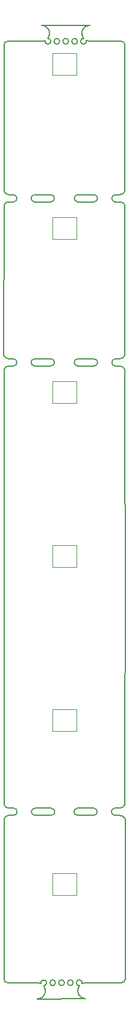
<source format=gbr>
G04 #@! TF.GenerationSoftware,KiCad,Pcbnew,(5.99.0-10337-g2ae264751f)*
G04 #@! TF.CreationDate,2021-04-30T16:38:17-07:00*
G04 #@! TF.ProjectId,single-col,73696e67-6c65-42d6-936f-6c2e6b696361,rev?*
G04 #@! TF.SameCoordinates,Original*
G04 #@! TF.FileFunction,Profile,NP*
%FSLAX46Y46*%
G04 Gerber Fmt 4.6, Leading zero omitted, Abs format (unit mm)*
G04 Created by KiCad (PCBNEW (5.99.0-10337-g2ae264751f)) date 2021-04-30 16:38:17*
%MOMM*%
%LPD*%
G01*
G04 APERTURE LIST*
G04 #@! TA.AperFunction,Profile*
%ADD10C,0.200000*%
G04 #@! TD*
G04 #@! TA.AperFunction,Profile*
%ADD11C,0.120000*%
G04 #@! TD*
G04 APERTURE END LIST*
D10*
X120375200Y-72114400D02*
X118108533Y-72114399D01*
X126441866Y-72114400D02*
G75*
G02*
X126441866Y-73114400I0J-500000D01*
G01*
X130802201Y-142075400D02*
X130805200Y-157444400D01*
X129391866Y-158939399D02*
G75*
G02*
X129391866Y-157939399I0J500000D01*
G01*
X114525200Y-158939400D02*
X115158534Y-158939400D01*
X130077400Y-96074800D02*
G75*
G02*
X130802201Y-96664400I0J-740302D01*
G01*
X119096083Y-48411787D02*
G75*
G02*
X119959308Y-50260562I1965J-1124997D01*
G01*
X130802200Y-71600401D02*
G75*
G02*
X130075200Y-72114400I-727000J257135D01*
G01*
X124177399Y-96074801D02*
G75*
G02*
X124177399Y-95074799I0J500001D01*
G01*
X114525200Y-157939400D02*
G75*
G02*
X113800200Y-157464400I0J790790D01*
G01*
X123534991Y-182363709D02*
G75*
G03*
X123534991Y-182363709I-400000J0D01*
G01*
X113802200Y-135960000D02*
X113800200Y-157464400D01*
X119959308Y-50260562D02*
G75*
G02*
X119591088Y-50547988I15702J-399692D01*
G01*
X118158534Y-158939399D02*
G75*
G02*
X118158534Y-157939399I0J500000D01*
G01*
X118108533Y-73114399D02*
X120375200Y-73114400D01*
X125263917Y-184609995D02*
X118513926Y-184621777D01*
X125358530Y-50537922D02*
G75*
G02*
X124989309Y-50251783I-383528J-113605D01*
G01*
X120425200Y-157939399D02*
G75*
G02*
X120425200Y-158939399I0J-500000D01*
G01*
X120377400Y-96074800D02*
X118110734Y-96074799D01*
X129441866Y-72114400D02*
X130075200Y-72114400D01*
X113802200Y-51150400D02*
G75*
G02*
X114302200Y-50650400I500000J0D01*
G01*
X119001470Y-182483859D02*
G75*
G02*
X119370691Y-182769998I383528J113605D01*
G01*
X125846074Y-48400004D02*
X119096083Y-48411786D01*
X124175200Y-73114399D02*
G75*
G02*
X124175200Y-72114399I0J500000D01*
G01*
X118510000Y-182371781D02*
X114302200Y-182360000D01*
X118110734Y-96074798D02*
G75*
G02*
X118110734Y-95074800I0J499999D01*
G01*
X130025200Y-158939399D02*
G75*
G02*
X130815200Y-159424400I0J-885901D01*
G01*
X124768912Y-182473792D02*
G75*
G02*
X125259988Y-182360000I493040J-1011205D01*
G01*
X122875007Y-50655891D02*
G75*
G03*
X122875007Y-50655891I-400000J0D01*
G01*
X113802200Y-135960000D02*
X113802200Y-133960000D01*
X120425200Y-158939399D02*
X118158534Y-158939399D01*
X130302200Y-50650400D02*
G75*
G02*
X130802200Y-51150400I0J-500000D01*
G01*
X115158534Y-157939400D02*
X114525200Y-157939400D01*
X130802201Y-96664400D02*
X130813482Y-133960001D01*
X113802201Y-73600401D02*
G75*
G02*
X114475200Y-73114400I672999J-222974D01*
G01*
X113800200Y-159439400D02*
G75*
G02*
X114525200Y-158939400I725000J-275625D01*
G01*
X130802201Y-142075400D02*
X130813482Y-135960001D01*
X114477400Y-96074799D02*
X115110734Y-96074799D01*
X120377402Y-95074800D02*
G75*
G02*
X120377400Y-96074800I-1J-500000D01*
G01*
X124177399Y-95074799D02*
X126444066Y-95074800D01*
X126391866Y-158939400D02*
X124125200Y-158939400D01*
X126444066Y-95074801D02*
G75*
G02*
X126444066Y-96074799I0J-499999D01*
G01*
X113802201Y-96574799D02*
G75*
G02*
X114477400Y-96074799I675199J-205893D01*
G01*
X115108533Y-72114399D02*
X114475200Y-72114399D01*
X130075200Y-73114400D02*
X129441866Y-73114399D01*
X130075200Y-73114400D02*
G75*
G02*
X130802200Y-73600401I0J-786753D01*
G01*
X114477400Y-95074799D02*
G75*
G02*
X113775200Y-94574799I0J743085D01*
G01*
X124125199Y-157939400D02*
X126391866Y-157939400D01*
X129444066Y-95074800D02*
X130077400Y-95074800D01*
X129441866Y-73114398D02*
G75*
G02*
X129441866Y-72114400I0J499999D01*
G01*
X113802200Y-181860000D02*
X113802200Y-179860000D01*
X130813482Y-135960001D02*
X130813482Y-133960001D01*
X114475200Y-72114398D02*
G75*
G02*
X113802200Y-71600401I0J697593D01*
G01*
X119370692Y-182769996D02*
G75*
G02*
X118513926Y-184621777I-858729J-726782D01*
G01*
X130025200Y-157939399D02*
X129391866Y-157939399D01*
X129391866Y-158939399D02*
X130025200Y-158939399D01*
X130802200Y-88975400D02*
X130775200Y-94564400D01*
X113802200Y-51150400D02*
X113802200Y-71600401D01*
X126391866Y-157939400D02*
G75*
G02*
X126391866Y-158939400I0J-500000D01*
G01*
X126444066Y-96074799D02*
X124177400Y-96074800D01*
X118110734Y-95074800D02*
X120377401Y-95074800D01*
X115108533Y-72114398D02*
G75*
G02*
X115108533Y-73114400I0J-500001D01*
G01*
X130802200Y-71600401D02*
X130802200Y-51150400D01*
X124989308Y-50251785D02*
G75*
G02*
X125846074Y-48400004I858729J726782D01*
G01*
X115110734Y-95074800D02*
X114477400Y-95074799D01*
X115110734Y-95074800D02*
G75*
G02*
X115110734Y-96074800I0J-500000D01*
G01*
X126441866Y-72114400D02*
X124175200Y-72114399D01*
X119591088Y-50547989D02*
G75*
G02*
X119100012Y-50661781I-493040J1011205D01*
G01*
X124125004Y-50653709D02*
G75*
G03*
X124125004Y-50653709I-400000J0D01*
G01*
X129444066Y-96074800D02*
G75*
G02*
X129444066Y-95074800I0J500000D01*
G01*
X130802200Y-88975400D02*
X130802200Y-73600401D01*
X113802200Y-119125401D02*
X113802201Y-111925401D01*
X125850000Y-50650000D02*
X130302200Y-50650400D01*
X113802201Y-111925401D02*
X113802201Y-96574799D01*
X114302200Y-182360000D02*
G75*
G02*
X113802200Y-181860000I0J500000D01*
G01*
X114302200Y-50650400D02*
X119100012Y-50661781D01*
X118108533Y-73114399D02*
G75*
G02*
X118108533Y-72114399I0J500000D01*
G01*
X114475200Y-73114400D02*
X115108533Y-73114400D01*
X130813482Y-181860001D02*
G75*
G02*
X130313482Y-182360001I-500000J0D01*
G01*
X121034996Y-182368072D02*
G75*
G03*
X121034996Y-182368072I-400000J0D01*
G01*
X130077400Y-96074800D02*
X129444066Y-96074799D01*
X113802200Y-73600401D02*
X113775200Y-94574799D01*
X124175200Y-73114400D02*
X126441866Y-73114400D01*
X120375200Y-72114400D02*
G75*
G02*
X120375200Y-73114400I0J-500000D01*
G01*
X130313482Y-182360001D02*
X125259988Y-182360000D01*
X113802200Y-133960000D02*
X113802200Y-119125401D01*
X124125199Y-158939400D02*
G75*
G02*
X124125199Y-157939400I0J500000D01*
G01*
X130775201Y-94564400D02*
G75*
G02*
X130077400Y-95074800I-697801J221804D01*
G01*
X124400692Y-182761219D02*
G75*
G02*
X124768912Y-182473793I-15702J399692D01*
G01*
X113802200Y-179860000D02*
X113800200Y-159439400D01*
X121625009Y-50658072D02*
G75*
G03*
X121625009Y-50658072I-400000J0D01*
G01*
X122284993Y-182365890D02*
G75*
G03*
X122284993Y-182365890I-400000J0D01*
G01*
X115158534Y-157939400D02*
G75*
G02*
X115158534Y-158939400I0J-500000D01*
G01*
X118158534Y-157939399D02*
X120425200Y-157939399D01*
X130813482Y-181860001D02*
X130815200Y-159424400D01*
X118510000Y-182371781D02*
G75*
G02*
X119001470Y-182483859I1963J-1124997D01*
G01*
X130805200Y-157444400D02*
G75*
G02*
X130025200Y-157939399I-780000J367048D01*
G01*
X125263917Y-184609994D02*
G75*
G02*
X124400692Y-182761219I-1965J1124997D01*
G01*
X125850000Y-50650000D02*
G75*
G02*
X125358530Y-50537922I-1963J1124997D01*
G01*
D11*
X124032700Y-170089400D02*
X120632700Y-170089400D01*
X120632700Y-170089400D02*
X120632700Y-167089400D01*
X120632700Y-167089400D02*
X124032700Y-167089400D01*
X124032700Y-167089400D02*
X124032700Y-170089400D01*
X124032700Y-147139400D02*
X120632700Y-147139400D01*
X120632700Y-147139400D02*
X120632700Y-144139400D01*
X120632700Y-144139400D02*
X124032700Y-144139400D01*
X124032700Y-144139400D02*
X124032700Y-147139400D01*
X124032700Y-124189400D02*
X120632700Y-124189400D01*
X120632700Y-124189400D02*
X120632700Y-121189400D01*
X120632700Y-121189400D02*
X124032700Y-121189400D01*
X124032700Y-121189400D02*
X124032700Y-124189400D01*
X124032700Y-55339400D02*
X120632700Y-55339400D01*
X120632700Y-55339400D02*
X120632700Y-52339400D01*
X120632700Y-52339400D02*
X124032700Y-52339400D01*
X124032700Y-52339400D02*
X124032700Y-55339400D01*
X124032700Y-78289400D02*
X120632700Y-78289400D01*
X120632700Y-78289400D02*
X120632700Y-75289400D01*
X120632700Y-75289400D02*
X124032700Y-75289400D01*
X124032700Y-75289400D02*
X124032700Y-78289400D01*
X124032700Y-101239400D02*
X120632700Y-101239400D01*
X120632700Y-101239400D02*
X120632700Y-98239400D01*
X120632700Y-98239400D02*
X124032700Y-98239400D01*
X124032700Y-98239400D02*
X124032700Y-101239400D01*
M02*

</source>
